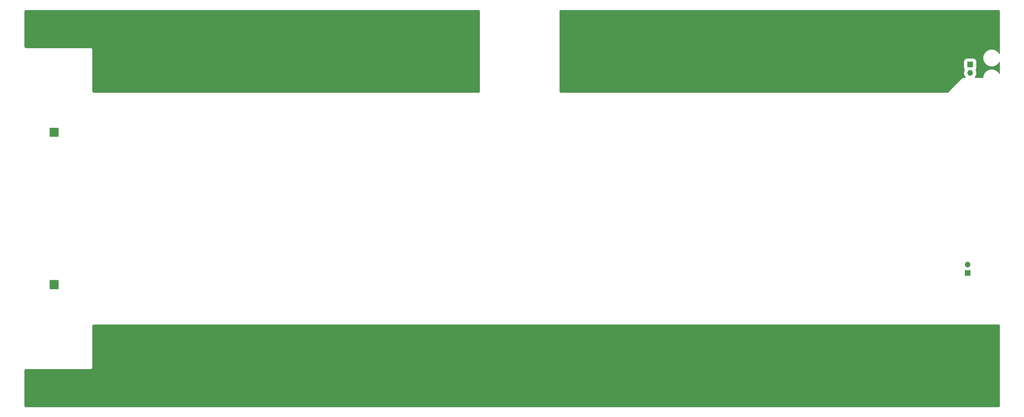
<source format=gtl>
%TF.GenerationSoftware,KiCad,Pcbnew,(5.1.9-0-10_14)*%
%TF.CreationDate,2022-12-08T20:33:16-05:00*%
%TF.ProjectId,5AhG3-18S,35416847-332d-4313-9853-2e6b69636164,rev?*%
%TF.SameCoordinates,Original*%
%TF.FileFunction,Copper,L1,Top*%
%TF.FilePolarity,Positive*%
%FSLAX46Y46*%
G04 Gerber Fmt 4.6, Leading zero omitted, Abs format (unit mm)*
G04 Created by KiCad (PCBNEW (5.1.9-0-10_14)) date 2022-12-08 20:33:16*
%MOMM*%
%LPD*%
G01*
G04 APERTURE LIST*
%TA.AperFunction,ComponentPad*%
%ADD10R,1.700000X1.700000*%
%TD*%
%TA.AperFunction,ComponentPad*%
%ADD11O,1.700000X1.700000*%
%TD*%
%TA.AperFunction,NonConductor*%
%ADD12C,0.254000*%
%TD*%
%TA.AperFunction,NonConductor*%
%ADD13C,0.100000*%
%TD*%
G04 APERTURE END LIST*
%TO.P,H3,1*%
%TO.N,/HVDC_POS*%
%TA.AperFunction,ComponentPad*%
G36*
G01*
X82625000Y-114125002D02*
X82625000Y-111874998D01*
G75*
G02*
X82874998Y-111625000I249998J0D01*
G01*
X85125002Y-111625000D01*
G75*
G02*
X85375000Y-111874998I0J-249998D01*
G01*
X85375000Y-114125002D01*
G75*
G02*
X85125002Y-114375000I-249998J0D01*
G01*
X82874998Y-114375000D01*
G75*
G02*
X82625000Y-114125002I0J249998D01*
G01*
G37*
%TD.AperFunction*%
%TD*%
%TO.P,H4,1*%
%TO.N,/HVDC_NEG*%
%TA.AperFunction,ComponentPad*%
G36*
G01*
X82625000Y-160125002D02*
X82625000Y-157874998D01*
G75*
G02*
X82874998Y-157625000I249998J0D01*
G01*
X85125002Y-157625000D01*
G75*
G02*
X85375000Y-157874998I0J-249998D01*
G01*
X85375000Y-160125002D01*
G75*
G02*
X85125002Y-160375000I-249998J0D01*
G01*
X82874998Y-160375000D01*
G75*
G02*
X82625000Y-160125002I0J249998D01*
G01*
G37*
%TD.AperFunction*%
%TD*%
D10*
%TO.P,J1,1*%
%TO.N,/TEMP_NEG*%
X360500000Y-92500000D03*
D11*
%TO.P,J1,2*%
%TO.N,/TEMP_POS*%
X360500000Y-95040000D03*
%TD*%
D10*
%TO.P,J2,1*%
%TO.N,/HVDC_NEG*%
X359750000Y-155500000D03*
D11*
%TO.P,J2,2*%
%TO.N,/HVDC_POS*%
X359750000Y-152960000D03*
%TD*%
D12*
X212096257Y-76140769D02*
X212185955Y-76177923D01*
X212262976Y-76237024D01*
X212322077Y-76314045D01*
X212359231Y-76403743D01*
X212373000Y-76508328D01*
X212373000Y-100491672D01*
X212359231Y-100596257D01*
X212322077Y-100685955D01*
X212262976Y-100762976D01*
X212185955Y-100822077D01*
X212096257Y-100859231D01*
X211991672Y-100873000D01*
X96008328Y-100873000D01*
X95903743Y-100859231D01*
X95814045Y-100822077D01*
X95737024Y-100762976D01*
X95677923Y-100685955D01*
X95640769Y-100596257D01*
X95627000Y-100491672D01*
X95627000Y-88000000D01*
X95625914Y-87983423D01*
X95608877Y-87854013D01*
X95600296Y-87821989D01*
X95550346Y-87701399D01*
X95533768Y-87672687D01*
X95454308Y-87569134D01*
X95430866Y-87545692D01*
X95327313Y-87466232D01*
X95298601Y-87449654D01*
X95178011Y-87399704D01*
X95145987Y-87391123D01*
X95016577Y-87374086D01*
X95000000Y-87373000D01*
X75508328Y-87373000D01*
X75403743Y-87359231D01*
X75314045Y-87322077D01*
X75237024Y-87262976D01*
X75177923Y-87185955D01*
X75152000Y-87123371D01*
X75152000Y-76376629D01*
X75177923Y-76314045D01*
X75237024Y-76237024D01*
X75314045Y-76177923D01*
X75403743Y-76140769D01*
X75508328Y-76127000D01*
X211991672Y-76127000D01*
X212096257Y-76140769D01*
%TA.AperFunction,NonConductor*%
D13*
G36*
X212096257Y-76140769D02*
G01*
X212185955Y-76177923D01*
X212262976Y-76237024D01*
X212322077Y-76314045D01*
X212359231Y-76403743D01*
X212373000Y-76508328D01*
X212373000Y-100491672D01*
X212359231Y-100596257D01*
X212322077Y-100685955D01*
X212262976Y-100762976D01*
X212185955Y-100822077D01*
X212096257Y-100859231D01*
X211991672Y-100873000D01*
X96008328Y-100873000D01*
X95903743Y-100859231D01*
X95814045Y-100822077D01*
X95737024Y-100762976D01*
X95677923Y-100685955D01*
X95640769Y-100596257D01*
X95627000Y-100491672D01*
X95627000Y-88000000D01*
X95625914Y-87983423D01*
X95608877Y-87854013D01*
X95600296Y-87821989D01*
X95550346Y-87701399D01*
X95533768Y-87672687D01*
X95454308Y-87569134D01*
X95430866Y-87545692D01*
X95327313Y-87466232D01*
X95298601Y-87449654D01*
X95178011Y-87399704D01*
X95145987Y-87391123D01*
X95016577Y-87374086D01*
X95000000Y-87373000D01*
X75508328Y-87373000D01*
X75403743Y-87359231D01*
X75314045Y-87322077D01*
X75237024Y-87262976D01*
X75177923Y-87185955D01*
X75152000Y-87123371D01*
X75152000Y-76376629D01*
X75177923Y-76314045D01*
X75237024Y-76237024D01*
X75314045Y-76177923D01*
X75403743Y-76140769D01*
X75508328Y-76127000D01*
X211991672Y-76127000D01*
X212096257Y-76140769D01*
G37*
%TD.AperFunction*%
D12*
X369096257Y-76140769D02*
X369185955Y-76177923D01*
X369262976Y-76237024D01*
X369322077Y-76314045D01*
X369348000Y-76376629D01*
X369348000Y-89227716D01*
X369065484Y-88804901D01*
X368695099Y-88434516D01*
X368259572Y-88143506D01*
X367775641Y-87943055D01*
X367261902Y-87840866D01*
X366738098Y-87840866D01*
X366224359Y-87943055D01*
X365740428Y-88143506D01*
X365304901Y-88434516D01*
X364934516Y-88804901D01*
X364643506Y-89240428D01*
X364443055Y-89724359D01*
X364340866Y-90238098D01*
X364340866Y-90761902D01*
X364443055Y-91275641D01*
X364643506Y-91759572D01*
X364934516Y-92195099D01*
X365304901Y-92565484D01*
X365740428Y-92856494D01*
X366224359Y-93056945D01*
X366738098Y-93159134D01*
X367261902Y-93159134D01*
X367775641Y-93056945D01*
X368259572Y-92856494D01*
X368695099Y-92565484D01*
X369065484Y-92195099D01*
X369348000Y-91772284D01*
X369348000Y-95227716D01*
X369065484Y-94804901D01*
X368695099Y-94434516D01*
X368259572Y-94143506D01*
X367775641Y-93943055D01*
X367261902Y-93840866D01*
X366738098Y-93840866D01*
X366224359Y-93943055D01*
X365740428Y-94143506D01*
X365304901Y-94434516D01*
X364934516Y-94804901D01*
X364643506Y-95240428D01*
X364443055Y-95724359D01*
X364340866Y-96238098D01*
X364340866Y-96373000D01*
X361962900Y-96373000D01*
X362035636Y-96300264D01*
X362251995Y-95976461D01*
X362401025Y-95616670D01*
X362477000Y-95234718D01*
X362477000Y-94845282D01*
X362401025Y-94463330D01*
X362251995Y-94103539D01*
X362223958Y-94061579D01*
X362291600Y-93979157D01*
X362396250Y-93783371D01*
X362460693Y-93570931D01*
X362482453Y-93350000D01*
X362482453Y-91650000D01*
X362460693Y-91429069D01*
X362396250Y-91216629D01*
X362291600Y-91020843D01*
X362150765Y-90849235D01*
X361979157Y-90708400D01*
X361783371Y-90603750D01*
X361570931Y-90539307D01*
X361350000Y-90517547D01*
X359650000Y-90517547D01*
X359429069Y-90539307D01*
X359216629Y-90603750D01*
X359020843Y-90708400D01*
X358849235Y-90849235D01*
X358708400Y-91020843D01*
X358603750Y-91216629D01*
X358539307Y-91429069D01*
X358517547Y-91650000D01*
X358517547Y-93350000D01*
X358539307Y-93570931D01*
X358603750Y-93783371D01*
X358708400Y-93979157D01*
X358776042Y-94061579D01*
X358748005Y-94103539D01*
X358598975Y-94463330D01*
X358523000Y-94845282D01*
X358523000Y-95234718D01*
X358598975Y-95616670D01*
X358748005Y-95976461D01*
X358964364Y-96300264D01*
X359037100Y-96373000D01*
X358457107Y-96373000D01*
X358440530Y-96374086D01*
X358311120Y-96391123D01*
X358279096Y-96399704D01*
X358158506Y-96449654D01*
X358129794Y-96466231D01*
X358026240Y-96545691D01*
X358013750Y-96556644D01*
X353812528Y-100757866D01*
X353728845Y-100822078D01*
X353639150Y-100859231D01*
X353534565Y-100873000D01*
X237008328Y-100873000D01*
X236903743Y-100859231D01*
X236814045Y-100822077D01*
X236737024Y-100762976D01*
X236677923Y-100685955D01*
X236640769Y-100596257D01*
X236627000Y-100491672D01*
X236627000Y-76508328D01*
X236640769Y-76403743D01*
X236677923Y-76314045D01*
X236737024Y-76237024D01*
X236814045Y-76177923D01*
X236903743Y-76140769D01*
X237008328Y-76127000D01*
X368991672Y-76127000D01*
X369096257Y-76140769D01*
%TA.AperFunction,NonConductor*%
D13*
G36*
X369096257Y-76140769D02*
G01*
X369185955Y-76177923D01*
X369262976Y-76237024D01*
X369322077Y-76314045D01*
X369348000Y-76376629D01*
X369348000Y-89227716D01*
X369065484Y-88804901D01*
X368695099Y-88434516D01*
X368259572Y-88143506D01*
X367775641Y-87943055D01*
X367261902Y-87840866D01*
X366738098Y-87840866D01*
X366224359Y-87943055D01*
X365740428Y-88143506D01*
X365304901Y-88434516D01*
X364934516Y-88804901D01*
X364643506Y-89240428D01*
X364443055Y-89724359D01*
X364340866Y-90238098D01*
X364340866Y-90761902D01*
X364443055Y-91275641D01*
X364643506Y-91759572D01*
X364934516Y-92195099D01*
X365304901Y-92565484D01*
X365740428Y-92856494D01*
X366224359Y-93056945D01*
X366738098Y-93159134D01*
X367261902Y-93159134D01*
X367775641Y-93056945D01*
X368259572Y-92856494D01*
X368695099Y-92565484D01*
X369065484Y-92195099D01*
X369348000Y-91772284D01*
X369348000Y-95227716D01*
X369065484Y-94804901D01*
X368695099Y-94434516D01*
X368259572Y-94143506D01*
X367775641Y-93943055D01*
X367261902Y-93840866D01*
X366738098Y-93840866D01*
X366224359Y-93943055D01*
X365740428Y-94143506D01*
X365304901Y-94434516D01*
X364934516Y-94804901D01*
X364643506Y-95240428D01*
X364443055Y-95724359D01*
X364340866Y-96238098D01*
X364340866Y-96373000D01*
X361962900Y-96373000D01*
X362035636Y-96300264D01*
X362251995Y-95976461D01*
X362401025Y-95616670D01*
X362477000Y-95234718D01*
X362477000Y-94845282D01*
X362401025Y-94463330D01*
X362251995Y-94103539D01*
X362223958Y-94061579D01*
X362291600Y-93979157D01*
X362396250Y-93783371D01*
X362460693Y-93570931D01*
X362482453Y-93350000D01*
X362482453Y-91650000D01*
X362460693Y-91429069D01*
X362396250Y-91216629D01*
X362291600Y-91020843D01*
X362150765Y-90849235D01*
X361979157Y-90708400D01*
X361783371Y-90603750D01*
X361570931Y-90539307D01*
X361350000Y-90517547D01*
X359650000Y-90517547D01*
X359429069Y-90539307D01*
X359216629Y-90603750D01*
X359020843Y-90708400D01*
X358849235Y-90849235D01*
X358708400Y-91020843D01*
X358603750Y-91216629D01*
X358539307Y-91429069D01*
X358517547Y-91650000D01*
X358517547Y-93350000D01*
X358539307Y-93570931D01*
X358603750Y-93783371D01*
X358708400Y-93979157D01*
X358776042Y-94061579D01*
X358748005Y-94103539D01*
X358598975Y-94463330D01*
X358523000Y-94845282D01*
X358523000Y-95234718D01*
X358598975Y-95616670D01*
X358748005Y-95976461D01*
X358964364Y-96300264D01*
X359037100Y-96373000D01*
X358457107Y-96373000D01*
X358440530Y-96374086D01*
X358311120Y-96391123D01*
X358279096Y-96399704D01*
X358158506Y-96449654D01*
X358129794Y-96466231D01*
X358026240Y-96545691D01*
X358013750Y-96556644D01*
X353812528Y-100757866D01*
X353728845Y-100822078D01*
X353639150Y-100859231D01*
X353534565Y-100873000D01*
X237008328Y-100873000D01*
X236903743Y-100859231D01*
X236814045Y-100822077D01*
X236737024Y-100762976D01*
X236677923Y-100685955D01*
X236640769Y-100596257D01*
X236627000Y-100491672D01*
X236627000Y-76508328D01*
X236640769Y-76403743D01*
X236677923Y-76314045D01*
X236737024Y-76237024D01*
X236814045Y-76177923D01*
X236903743Y-76140769D01*
X237008328Y-76127000D01*
X368991672Y-76127000D01*
X369096257Y-76140769D01*
G37*
%TD.AperFunction*%
D12*
X369096257Y-171140769D02*
X369185955Y-171177923D01*
X369262976Y-171237024D01*
X369322077Y-171314045D01*
X369348001Y-171376631D01*
X369348001Y-195623369D01*
X369322077Y-195685955D01*
X369262976Y-195762976D01*
X369185955Y-195822077D01*
X369096257Y-195859231D01*
X368991672Y-195873000D01*
X75508328Y-195873000D01*
X75403743Y-195859231D01*
X75314045Y-195822077D01*
X75237024Y-195762976D01*
X75177923Y-195685955D01*
X75152000Y-195623371D01*
X75152000Y-184876629D01*
X75177923Y-184814045D01*
X75237024Y-184737024D01*
X75314045Y-184677923D01*
X75403743Y-184640769D01*
X75508328Y-184627000D01*
X95000000Y-184627000D01*
X95016577Y-184625914D01*
X95145987Y-184608877D01*
X95178011Y-184600296D01*
X95298601Y-184550346D01*
X95327313Y-184533768D01*
X95430866Y-184454308D01*
X95454308Y-184430866D01*
X95533768Y-184327313D01*
X95550346Y-184298601D01*
X95600296Y-184178011D01*
X95608877Y-184145987D01*
X95625914Y-184016577D01*
X95627000Y-184000000D01*
X95627000Y-171508328D01*
X95640769Y-171403743D01*
X95677923Y-171314045D01*
X95737024Y-171237024D01*
X95814045Y-171177923D01*
X95903743Y-171140769D01*
X96008328Y-171127000D01*
X368991672Y-171127000D01*
X369096257Y-171140769D01*
%TA.AperFunction,NonConductor*%
D13*
G36*
X369096257Y-171140769D02*
G01*
X369185955Y-171177923D01*
X369262976Y-171237024D01*
X369322077Y-171314045D01*
X369348001Y-171376631D01*
X369348001Y-195623369D01*
X369322077Y-195685955D01*
X369262976Y-195762976D01*
X369185955Y-195822077D01*
X369096257Y-195859231D01*
X368991672Y-195873000D01*
X75508328Y-195873000D01*
X75403743Y-195859231D01*
X75314045Y-195822077D01*
X75237024Y-195762976D01*
X75177923Y-195685955D01*
X75152000Y-195623371D01*
X75152000Y-184876629D01*
X75177923Y-184814045D01*
X75237024Y-184737024D01*
X75314045Y-184677923D01*
X75403743Y-184640769D01*
X75508328Y-184627000D01*
X95000000Y-184627000D01*
X95016577Y-184625914D01*
X95145987Y-184608877D01*
X95178011Y-184600296D01*
X95298601Y-184550346D01*
X95327313Y-184533768D01*
X95430866Y-184454308D01*
X95454308Y-184430866D01*
X95533768Y-184327313D01*
X95550346Y-184298601D01*
X95600296Y-184178011D01*
X95608877Y-184145987D01*
X95625914Y-184016577D01*
X95627000Y-184000000D01*
X95627000Y-171508328D01*
X95640769Y-171403743D01*
X95677923Y-171314045D01*
X95737024Y-171237024D01*
X95814045Y-171177923D01*
X95903743Y-171140769D01*
X96008328Y-171127000D01*
X368991672Y-171127000D01*
X369096257Y-171140769D01*
G37*
%TD.AperFunction*%
M02*

</source>
